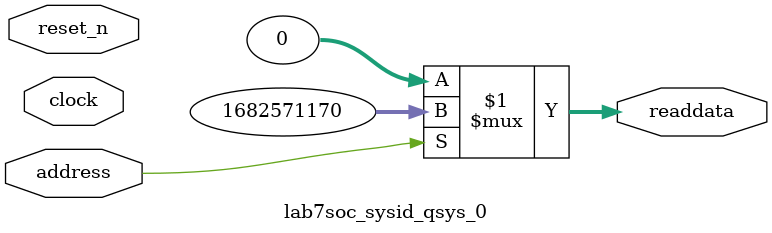
<source format=v>



// synthesis translate_off
`timescale 1ns / 1ps
// synthesis translate_on

// turn off superfluous verilog processor warnings 
// altera message_level Level1 
// altera message_off 10034 10035 10036 10037 10230 10240 10030 

module lab7soc_sysid_qsys_0 (
               // inputs:
                address,
                clock,
                reset_n,

               // outputs:
                readdata
             )
;

  output  [ 31: 0] readdata;
  input            address;
  input            clock;
  input            reset_n;

  wire    [ 31: 0] readdata;
  //control_slave, which is an e_avalon_slave
  assign readdata = address ? 1682571170 : 0;

endmodule



</source>
